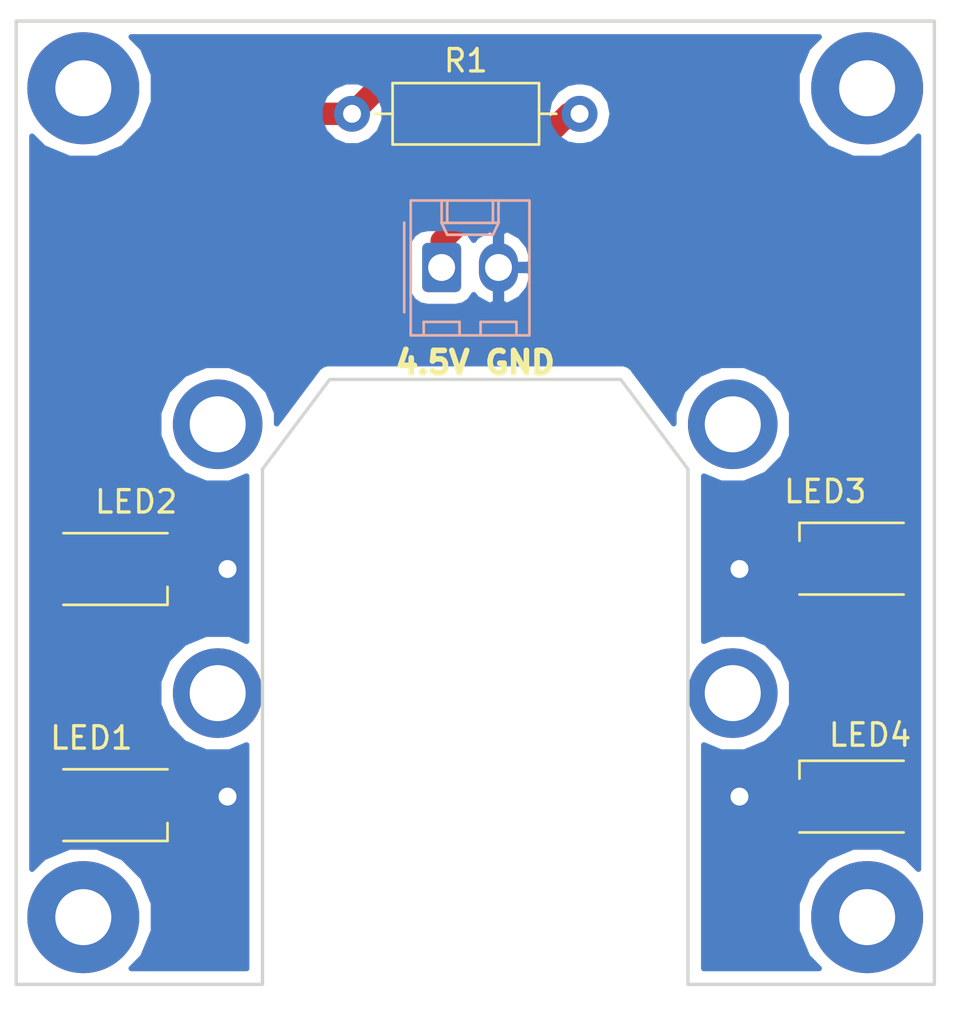
<source format=kicad_pcb>
(kicad_pcb (version 20171130) (host pcbnew 5.0.2-bee76a0~70~ubuntu18.04.1)

  (general
    (thickness 1.6)
    (drawings 11)
    (tracks 22)
    (zones 0)
    (modules 14)
    (nets 4)
  )

  (page A4)
  (layers
    (0 F.Cu signal)
    (31 B.Cu signal)
    (32 B.Adhes user hide)
    (33 F.Adhes user hide)
    (34 B.Paste user hide)
    (35 F.Paste user hide)
    (36 B.SilkS user hide)
    (37 F.SilkS user hide)
    (38 B.Mask user hide)
    (39 F.Mask user hide)
    (40 Dwgs.User user hide)
    (41 Cmts.User user hide)
    (42 Eco1.User user hide)
    (43 Eco2.User user hide)
    (44 Edge.Cuts user)
    (45 Margin user hide)
    (46 B.CrtYd user hide)
    (47 F.CrtYd user hide)
    (48 B.Fab user hide)
    (49 F.Fab user hide)
  )

  (setup
    (last_trace_width 0.5)
    (trace_clearance 0.25)
    (zone_clearance 0.508)
    (zone_45_only no)
    (trace_min 0.2)
    (segment_width 0.2)
    (edge_width 0.15)
    (via_size 1.2)
    (via_drill 0.8)
    (via_min_size 0.4)
    (via_min_drill 0.3)
    (uvia_size 0.3)
    (uvia_drill 0.1)
    (uvias_allowed no)
    (uvia_min_size 0.2)
    (uvia_min_drill 0.1)
    (pcb_text_width 0.3)
    (pcb_text_size 1.5 1.5)
    (mod_edge_width 0.15)
    (mod_text_size 1 1)
    (mod_text_width 0.15)
    (pad_size 4 4)
    (pad_drill 2.5)
    (pad_to_mask_clearance 0.051)
    (solder_mask_min_width 0.25)
    (aux_axis_origin 0 0)
    (visible_elements FFFFFF7F)
    (pcbplotparams
      (layerselection 0x010fc_ffffffff)
      (usegerberextensions false)
      (usegerberattributes false)
      (usegerberadvancedattributes false)
      (creategerberjobfile false)
      (excludeedgelayer true)
      (linewidth 0.100000)
      (plotframeref false)
      (viasonmask false)
      (mode 1)
      (useauxorigin false)
      (hpglpennumber 1)
      (hpglpenspeed 20)
      (hpglpendiameter 15.000000)
      (psnegative false)
      (psa4output false)
      (plotreference true)
      (plotvalue true)
      (plotinvisibletext false)
      (padsonsilk false)
      (subtractmaskfromsilk false)
      (outputformat 1)
      (mirror false)
      (drillshape 1)
      (scaleselection 1)
      (outputdirectory ""))
  )

  (net 0 "")
  (net 1 "Net-(CURRENT_LIMITER_R1-Pad2)")
  (net 2 "Net-(Conn_01x02_Male1-Pad2)")
  (net 3 "Net-(CURRENT_LIMITER_R1-Pad1)")

  (net_class Default "This is the default net class."
    (clearance 0.25)
    (trace_width 0.5)
    (via_dia 1.2)
    (via_drill 0.8)
    (uvia_dia 0.3)
    (uvia_drill 0.1)
    (add_net "Net-(CURRENT_LIMITER_R1-Pad1)")
    (add_net "Net-(CURRENT_LIMITER_R1-Pad2)")
    (add_net "Net-(Conn_01x02_Male1-Pad2)")
  )

  (module Resistor_THT:R_Axial_DIN0207_L6.3mm_D2.5mm_P10.16mm_Horizontal (layer F.Cu) (tedit 5C9A2A68) (tstamp 5C9A1AA4)
    (at 97 104.14)
    (descr "Resistor, Axial_DIN0207 series, Axial, Horizontal, pin pitch=10.16mm, 0.25W = 1/4W, length*diameter=6.3*2.5mm^2, http://cdn-reichelt.de/documents/datenblatt/B400/1_4W%23YAG.pdf")
    (tags "Resistor Axial_DIN0207 series Axial Horizontal pin pitch 10.16mm 0.25W = 1/4W length 6.3mm diameter 2.5mm")
    (path /5C97F861)
    (fp_text reference R1 (at 5.08 -2.37) (layer F.SilkS)
      (effects (font (size 1 1) (thickness 0.15)))
    )
    (fp_text value 16 (at 5.08 2.37) (layer F.Fab)
      (effects (font (size 1 1) (thickness 0.15)))
    )
    (fp_line (start 1.93 -1.25) (end 1.93 1.25) (layer F.Fab) (width 0.1))
    (fp_line (start 1.93 1.25) (end 8.23 1.25) (layer F.Fab) (width 0.1))
    (fp_line (start 8.23 1.25) (end 8.23 -1.25) (layer F.Fab) (width 0.1))
    (fp_line (start 8.23 -1.25) (end 1.93 -1.25) (layer F.Fab) (width 0.1))
    (fp_line (start 0 0) (end 1.93 0) (layer F.Fab) (width 0.1))
    (fp_line (start 10.16 0) (end 8.23 0) (layer F.Fab) (width 0.1))
    (fp_line (start 1.81 -1.37) (end 1.81 1.37) (layer F.SilkS) (width 0.12))
    (fp_line (start 1.81 1.37) (end 8.35 1.37) (layer F.SilkS) (width 0.12))
    (fp_line (start 8.35 1.37) (end 8.35 -1.37) (layer F.SilkS) (width 0.12))
    (fp_line (start 8.35 -1.37) (end 1.81 -1.37) (layer F.SilkS) (width 0.12))
    (fp_line (start 1.04 0) (end 1.81 0) (layer F.SilkS) (width 0.12))
    (fp_line (start 9.12 0) (end 8.35 0) (layer F.SilkS) (width 0.12))
    (fp_line (start -1.05 -1.5) (end -1.05 1.5) (layer F.CrtYd) (width 0.05))
    (fp_line (start -1.05 1.5) (end 11.21 1.5) (layer F.CrtYd) (width 0.05))
    (fp_line (start 11.21 1.5) (end 11.21 -1.5) (layer F.CrtYd) (width 0.05))
    (fp_line (start 11.21 -1.5) (end -1.05 -1.5) (layer F.CrtYd) (width 0.05))
    (fp_text user %R (at 5.08 0) (layer F.Fab)
      (effects (font (size 1 1) (thickness 0.15)))
    )
    (pad 1 thru_hole circle (at 0 0) (size 1.6 1.6) (drill 0.8) (layers *.Cu *.Mask)
      (net 3 "Net-(CURRENT_LIMITER_R1-Pad1)"))
    (pad 2 thru_hole oval (at 10.16 0) (size 1.6 1.6) (drill 0.8) (layers *.Cu *.Mask)
      (net 1 "Net-(CURRENT_LIMITER_R1-Pad2)"))
    (model ${KISYS3DMOD}/Resistor_THT.3dshapes/R_Axial_DIN0207_L6.3mm_D2.5mm_P10.16mm_Horizontal.wrl
      (at (xyz 0 0 0))
      (scale (xyz 1 1 1))
      (rotate (xyz 0 0 0))
    )
  )

  (module LED_SMD:LED_PLCC-2 (layer F.Cu) (tedit 5C9A2B8E) (tstamp 5C9A1ACC)
    (at 119.38 124)
    (descr "LED PLCC-2 SMD package")
    (tags "LED PLCC-2 SMD")
    (path /5C97F03B)
    (attr smd)
    (fp_text reference LED3 (at -1.25 -3) (layer F.SilkS)
      (effects (font (size 1 1) (thickness 0.15)))
    )
    (fp_text value 3.2V (at 0 2.5) (layer F.Fab) hide
      (effects (font (size 1 1) (thickness 0.15)))
    )
    (fp_text user %R (at 0 0) (layer F.Fab)
      (effects (font (size 0.4 0.4) (thickness 0.1)))
    )
    (fp_line (start -2.4 -1.6) (end -2.4 -0.8) (layer F.SilkS) (width 0.12))
    (fp_line (start 2.25 -1.6) (end -2.4 -1.6) (layer F.SilkS) (width 0.12))
    (fp_line (start 2.25 1.6) (end -2.4 1.6) (layer F.SilkS) (width 0.12))
    (fp_line (start -2.65 1.85) (end -2.65 -1.85) (layer F.CrtYd) (width 0.05))
    (fp_line (start 2.5 1.85) (end -2.65 1.85) (layer F.CrtYd) (width 0.05))
    (fp_line (start 2.5 -1.85) (end 2.5 1.85) (layer F.CrtYd) (width 0.05))
    (fp_line (start -2.65 -1.85) (end 2.5 -1.85) (layer F.CrtYd) (width 0.05))
    (fp_line (start -1.7 1.5) (end 1.7 1.5) (layer F.Fab) (width 0.1))
    (fp_line (start -1.7 -1.5) (end -1.7 1.5) (layer F.Fab) (width 0.1))
    (fp_line (start 1.7 -1.5) (end -1.7 -1.5) (layer F.Fab) (width 0.1))
    (fp_line (start 1.7 1.5) (end 1.7 -1.5) (layer F.Fab) (width 0.1))
    (fp_line (start -1.7 -0.6) (end -0.8 -1.5) (layer F.Fab) (width 0.1))
    (fp_circle (center 0 0) (end 0 -1.25) (layer F.Fab) (width 0.1))
    (pad 2 smd rect (at 1.5 0) (size 1.5 2.6) (layers F.Cu F.Paste F.Mask)
      (net 3 "Net-(CURRENT_LIMITER_R1-Pad1)"))
    (pad 1 smd rect (at -1.5 0) (size 1.5 2.6) (layers F.Cu F.Paste F.Mask)
      (net 2 "Net-(Conn_01x02_Male1-Pad2)"))
    (model ${KISYS3DMOD}/LED_SMD.3dshapes/LED_PLCC-2.wrl
      (at (xyz 0 0 0))
      (scale (xyz 1 1 1))
      (rotate (xyz 0 0 0))
    )
  )

  (module LED_SMD:LED_PLCC-2 (layer F.Cu) (tedit 5C9A2B68) (tstamp 5C9A1AE0)
    (at 86.36 135 180)
    (descr "LED PLCC-2 SMD package")
    (tags "LED PLCC-2 SMD")
    (path /5C97F075)
    (attr smd)
    (fp_text reference LED1 (at 1 3 180) (layer F.SilkS)
      (effects (font (size 1 1) (thickness 0.15)))
    )
    (fp_text value 3.2V (at 0 2.5 180) (layer F.Fab) hide
      (effects (font (size 1 1) (thickness 0.15)))
    )
    (fp_circle (center 0 0) (end 0 -1.25) (layer F.Fab) (width 0.1))
    (fp_line (start -1.7 -0.6) (end -0.8 -1.5) (layer F.Fab) (width 0.1))
    (fp_line (start 1.7 1.5) (end 1.7 -1.5) (layer F.Fab) (width 0.1))
    (fp_line (start 1.7 -1.5) (end -1.7 -1.5) (layer F.Fab) (width 0.1))
    (fp_line (start -1.7 -1.5) (end -1.7 1.5) (layer F.Fab) (width 0.1))
    (fp_line (start -1.7 1.5) (end 1.7 1.5) (layer F.Fab) (width 0.1))
    (fp_line (start -2.65 -1.85) (end 2.5 -1.85) (layer F.CrtYd) (width 0.05))
    (fp_line (start 2.5 -1.85) (end 2.5 1.85) (layer F.CrtYd) (width 0.05))
    (fp_line (start 2.5 1.85) (end -2.65 1.85) (layer F.CrtYd) (width 0.05))
    (fp_line (start -2.65 1.85) (end -2.65 -1.85) (layer F.CrtYd) (width 0.05))
    (fp_line (start 2.25 1.6) (end -2.4 1.6) (layer F.SilkS) (width 0.12))
    (fp_line (start 2.25 -1.6) (end -2.4 -1.6) (layer F.SilkS) (width 0.12))
    (fp_line (start -2.4 -1.6) (end -2.4 -0.8) (layer F.SilkS) (width 0.12))
    (fp_text user %R (at 0 0 180) (layer F.Fab)
      (effects (font (size 0.4 0.4) (thickness 0.1)))
    )
    (pad 1 smd rect (at -1.5 0 180) (size 1.5 2.6) (layers F.Cu F.Paste F.Mask)
      (net 2 "Net-(Conn_01x02_Male1-Pad2)"))
    (pad 2 smd rect (at 1.5 0 180) (size 1.5 2.6) (layers F.Cu F.Paste F.Mask)
      (net 3 "Net-(CURRENT_LIMITER_R1-Pad1)"))
    (model ${KISYS3DMOD}/LED_SMD.3dshapes/LED_PLCC-2.wrl
      (at (xyz 0 0 0))
      (scale (xyz 1 1 1))
      (rotate (xyz 0 0 0))
    )
  )

  (module Connector_Molex:Molex_KK-254_AE-6410-02A_1x02_P2.54mm_Vertical (layer B.Cu) (tedit 5C9A2A92) (tstamp 5C9A1A8D)
    (at 101 111)
    (descr "Molex KK-254 Interconnect System, old/engineering part number: AE-6410-02A example for new part number: 22-27-2021, 2 Pins (http://www.molex.com/pdm_docs/sd/022272021_sd.pdf), generated with kicad-footprint-generator")
    (tags "connector Molex KK-254 side entry")
    (path /5C98C2BF)
    (fp_text reference "" (at 1.27 4.12) (layer B.SilkS) hide
      (effects (font (size 1 1) (thickness 0.15)) (justify mirror))
    )
    (fp_text value "2mm pitch" (at 1.27 -4.08) (layer B.Fab) hide
      (effects (font (size 1 1) (thickness 0.15)) (justify mirror))
    )
    (fp_line (start -1.27 2.92) (end -1.27 -2.88) (layer B.Fab) (width 0.1))
    (fp_line (start -1.27 -2.88) (end 3.81 -2.88) (layer B.Fab) (width 0.1))
    (fp_line (start 3.81 -2.88) (end 3.81 2.92) (layer B.Fab) (width 0.1))
    (fp_line (start 3.81 2.92) (end -1.27 2.92) (layer B.Fab) (width 0.1))
    (fp_line (start -1.38 3.03) (end -1.38 -2.99) (layer B.SilkS) (width 0.12))
    (fp_line (start -1.38 -2.99) (end 3.92 -2.99) (layer B.SilkS) (width 0.12))
    (fp_line (start 3.92 -2.99) (end 3.92 3.03) (layer B.SilkS) (width 0.12))
    (fp_line (start 3.92 3.03) (end -1.38 3.03) (layer B.SilkS) (width 0.12))
    (fp_line (start -1.67 2) (end -1.67 -2) (layer B.SilkS) (width 0.12))
    (fp_line (start -1.27 0.5) (end -0.562893 0) (layer B.Fab) (width 0.1))
    (fp_line (start -0.562893 0) (end -1.27 -0.5) (layer B.Fab) (width 0.1))
    (fp_line (start 0 -2.99) (end 0 -1.99) (layer B.SilkS) (width 0.12))
    (fp_line (start 0 -1.99) (end 2.54 -1.99) (layer B.SilkS) (width 0.12))
    (fp_line (start 2.54 -1.99) (end 2.54 -2.99) (layer B.SilkS) (width 0.12))
    (fp_line (start 0 -1.99) (end 0.25 -1.46) (layer B.SilkS) (width 0.12))
    (fp_line (start 0.25 -1.46) (end 2.29 -1.46) (layer B.SilkS) (width 0.12))
    (fp_line (start 2.29 -1.46) (end 2.54 -1.99) (layer B.SilkS) (width 0.12))
    (fp_line (start 0.25 -2.99) (end 0.25 -1.99) (layer B.SilkS) (width 0.12))
    (fp_line (start 2.29 -2.99) (end 2.29 -1.99) (layer B.SilkS) (width 0.12))
    (fp_line (start -0.8 3.03) (end -0.8 2.43) (layer B.SilkS) (width 0.12))
    (fp_line (start -0.8 2.43) (end 0.8 2.43) (layer B.SilkS) (width 0.12))
    (fp_line (start 0.8 2.43) (end 0.8 3.03) (layer B.SilkS) (width 0.12))
    (fp_line (start 1.74 3.03) (end 1.74 2.43) (layer B.SilkS) (width 0.12))
    (fp_line (start 1.74 2.43) (end 3.34 2.43) (layer B.SilkS) (width 0.12))
    (fp_line (start 3.34 2.43) (end 3.34 3.03) (layer B.SilkS) (width 0.12))
    (fp_line (start -1.77 3.42) (end -1.77 -3.38) (layer B.CrtYd) (width 0.05))
    (fp_line (start -1.77 -3.38) (end 4.31 -3.38) (layer B.CrtYd) (width 0.05))
    (fp_line (start 4.31 -3.38) (end 4.31 3.42) (layer B.CrtYd) (width 0.05))
    (fp_line (start 4.31 3.42) (end -1.77 3.42) (layer B.CrtYd) (width 0.05))
    (fp_text user %R (at 1.27 2.22) (layer B.Fab)
      (effects (font (size 1 1) (thickness 0.15)) (justify mirror))
    )
    (pad 1 thru_hole roundrect (at 0 0) (size 1.74 2.2) (drill 1.2) (layers *.Cu *.Mask) (roundrect_rratio 0.143678)
      (net 1 "Net-(CURRENT_LIMITER_R1-Pad2)"))
    (pad 2 thru_hole oval (at 2.54 0) (size 1.74 2.2) (drill 1.2) (layers *.Cu *.Mask)
      (net 2 "Net-(Conn_01x02_Male1-Pad2)"))
    (model ${KISYS3DMOD}/Connector_Molex.3dshapes/Molex_KK-254_AE-6410-02A_1x02_P2.54mm_Vertical.wrl
      (at (xyz 0 0 0))
      (scale (xyz 1 1 1))
      (rotate (xyz 0 0 0))
    )
  )

  (module LED_SMD:LED_PLCC-2 (layer F.Cu) (tedit 5C9A2B5A) (tstamp 5C9BC245)
    (at 86.36 124.46 180)
    (descr "LED PLCC-2 SMD package")
    (tags "LED PLCC-2 SMD")
    (path /5C964CBB)
    (attr smd)
    (fp_text reference LED2 (at -1 3 180) (layer F.SilkS)
      (effects (font (size 1 1) (thickness 0.15)))
    )
    (fp_text value 3.2V (at 0 2.5 180) (layer F.Fab) hide
      (effects (font (size 1 1) (thickness 0.15)))
    )
    (fp_circle (center 0 0) (end 0 -1.25) (layer F.Fab) (width 0.1))
    (fp_line (start -1.7 -0.6) (end -0.8 -1.5) (layer F.Fab) (width 0.1))
    (fp_line (start 1.7 1.5) (end 1.7 -1.5) (layer F.Fab) (width 0.1))
    (fp_line (start 1.7 -1.5) (end -1.7 -1.5) (layer F.Fab) (width 0.1))
    (fp_line (start -1.7 -1.5) (end -1.7 1.5) (layer F.Fab) (width 0.1))
    (fp_line (start -1.7 1.5) (end 1.7 1.5) (layer F.Fab) (width 0.1))
    (fp_line (start -2.65 -1.85) (end 2.5 -1.85) (layer F.CrtYd) (width 0.05))
    (fp_line (start 2.5 -1.85) (end 2.5 1.85) (layer F.CrtYd) (width 0.05))
    (fp_line (start 2.5 1.85) (end -2.65 1.85) (layer F.CrtYd) (width 0.05))
    (fp_line (start -2.65 1.85) (end -2.65 -1.85) (layer F.CrtYd) (width 0.05))
    (fp_line (start 2.25 1.6) (end -2.4 1.6) (layer F.SilkS) (width 0.12))
    (fp_line (start 2.25 -1.6) (end -2.4 -1.6) (layer F.SilkS) (width 0.12))
    (fp_line (start -2.4 -1.6) (end -2.4 -0.8) (layer F.SilkS) (width 0.12))
    (fp_text user %R (at 0 0 180) (layer F.Fab)
      (effects (font (size 0.4 0.4) (thickness 0.1)))
    )
    (pad 1 smd rect (at -1.5 0 180) (size 1.5 2.6) (layers F.Cu F.Paste F.Mask)
      (net 2 "Net-(Conn_01x02_Male1-Pad2)"))
    (pad 2 smd rect (at 1.5 0 180) (size 1.5 2.6) (layers F.Cu F.Paste F.Mask)
      (net 3 "Net-(CURRENT_LIMITER_R1-Pad1)"))
    (model ${KISYS3DMOD}/LED_SMD.3dshapes/LED_PLCC-2.wrl
      (at (xyz 0 0 0))
      (scale (xyz 1 1 1))
      (rotate (xyz 0 0 0))
    )
  )

  (module LED_SMD:LED_PLCC-2 (layer F.Cu) (tedit 5C9A2B7D) (tstamp 5C9A1AF4)
    (at 119.38 134.62)
    (descr "LED PLCC-2 SMD package")
    (tags "LED PLCC-2 SMD")
    (path /5C97F0B5)
    (attr smd)
    (fp_text reference LED4 (at 0.75 -2.75) (layer F.SilkS)
      (effects (font (size 1 1) (thickness 0.15)))
    )
    (fp_text value 3.2V (at 0 2.5) (layer F.Fab) hide
      (effects (font (size 1 1) (thickness 0.15)))
    )
    (fp_text user %R (at 0 0) (layer F.Fab)
      (effects (font (size 0.4 0.4) (thickness 0.1)))
    )
    (fp_line (start -2.4 -1.6) (end -2.4 -0.8) (layer F.SilkS) (width 0.12))
    (fp_line (start 2.25 -1.6) (end -2.4 -1.6) (layer F.SilkS) (width 0.12))
    (fp_line (start 2.25 1.6) (end -2.4 1.6) (layer F.SilkS) (width 0.12))
    (fp_line (start -2.65 1.85) (end -2.65 -1.85) (layer F.CrtYd) (width 0.05))
    (fp_line (start 2.5 1.85) (end -2.65 1.85) (layer F.CrtYd) (width 0.05))
    (fp_line (start 2.5 -1.85) (end 2.5 1.85) (layer F.CrtYd) (width 0.05))
    (fp_line (start -2.65 -1.85) (end 2.5 -1.85) (layer F.CrtYd) (width 0.05))
    (fp_line (start -1.7 1.5) (end 1.7 1.5) (layer F.Fab) (width 0.1))
    (fp_line (start -1.7 -1.5) (end -1.7 1.5) (layer F.Fab) (width 0.1))
    (fp_line (start 1.7 -1.5) (end -1.7 -1.5) (layer F.Fab) (width 0.1))
    (fp_line (start 1.7 1.5) (end 1.7 -1.5) (layer F.Fab) (width 0.1))
    (fp_line (start -1.7 -0.6) (end -0.8 -1.5) (layer F.Fab) (width 0.1))
    (fp_circle (center 0 0) (end 0 -1.25) (layer F.Fab) (width 0.1))
    (pad 2 smd rect (at 1.5 0) (size 1.5 2.6) (layers F.Cu F.Paste F.Mask)
      (net 3 "Net-(CURRENT_LIMITER_R1-Pad1)"))
    (pad 1 smd rect (at -1.5 0) (size 1.5 2.6) (layers F.Cu F.Paste F.Mask)
      (net 2 "Net-(Conn_01x02_Male1-Pad2)"))
    (model ${KISYS3DMOD}/LED_SMD.3dshapes/LED_PLCC-2.wrl
      (at (xyz 0 0 0))
      (scale (xyz 1 1 1))
      (rotate (xyz 0 0 0))
    )
  )

  (module MountingHole:MountingHole_2.5mm_Pad (layer F.Cu) (tedit 5C9A2A33) (tstamp 5C9BC278)
    (at 91 130)
    (descr "Mounting Hole 2.5mm")
    (tags "mounting hole 2.5mm")
    (path /5C9A1DFA)
    (attr virtual)
    (fp_text reference H1 (at 0 -3.5) (layer F.SilkS) hide
      (effects (font (size 1 1) (thickness 0.15)))
    )
    (fp_text value MountingHole (at 0 3.5) (layer F.Fab) hide
      (effects (font (size 1 1) (thickness 0.15)))
    )
    (fp_circle (center 0 0) (end 2.75 0) (layer F.CrtYd) (width 0.05))
    (fp_circle (center 0 0) (end 2.5 0) (layer Cmts.User) (width 0.15))
    (fp_text user %R (at 0.3 0) (layer F.Fab)
      (effects (font (size 1 1) (thickness 0.15)))
    )
    (pad 1 thru_hole circle (at 0 0) (size 4 4) (drill 2.5) (layers *.Cu *.Mask))
  )

  (module MountingHole:MountingHole_2.5mm_Pad (layer F.Cu) (tedit 5C9A2A29) (tstamp 5C9A1F03)
    (at 91 118)
    (descr "Mounting Hole 2.5mm")
    (tags "mounting hole 2.5mm")
    (path /5C9A1DC2)
    (attr virtual)
    (fp_text reference H2 (at 0 -3.5) (layer F.SilkS) hide
      (effects (font (size 1 1) (thickness 0.15)))
    )
    (fp_text value MountingHole (at 0 3.5) (layer F.Fab) hide
      (effects (font (size 1 1) (thickness 0.15)))
    )
    (fp_text user %R (at 0.3 0) (layer F.Fab)
      (effects (font (size 1 1) (thickness 0.15)))
    )
    (fp_circle (center 0 0) (end 2.5 0) (layer Cmts.User) (width 0.15))
    (fp_circle (center 0 0) (end 2.75 0) (layer F.CrtYd) (width 0.05))
    (pad 1 thru_hole circle (at 0 0) (size 4 4) (drill 2.5) (layers *.Cu *.Mask))
  )

  (module MountingHole:MountingHole_2.5mm_Pad (layer F.Cu) (tedit 5C9A29FF) (tstamp 5C9A1F0B)
    (at 114 118)
    (descr "Mounting Hole 2.5mm")
    (tags "mounting hole 2.5mm")
    (path /5C9A1CD7)
    (attr virtual)
    (fp_text reference H3 (at 0 -3.5) (layer F.SilkS) hide
      (effects (font (size 1 1) (thickness 0.15)))
    )
    (fp_text value MountingHole (at 0 3.5) (layer F.Fab) hide
      (effects (font (size 1 1) (thickness 0.15)))
    )
    (fp_text user %R (at 0.3 0) (layer F.Fab)
      (effects (font (size 1 1) (thickness 0.15)))
    )
    (fp_circle (center 0 0) (end 2.5 0) (layer Cmts.User) (width 0.15))
    (fp_circle (center 0 0) (end 2.75 0) (layer F.CrtYd) (width 0.05))
    (pad 1 thru_hole circle (at 0 0) (size 4 4) (drill 2.5) (layers *.Cu *.Mask))
  )

  (module MountingHole:MountingHole_2.5mm_Pad (layer F.Cu) (tedit 5C9A2A19) (tstamp 5C9A1F13)
    (at 114 130)
    (descr "Mounting Hole 2.5mm")
    (tags "mounting hole 2.5mm")
    (path /5C9A1D07)
    (attr virtual)
    (fp_text reference H4 (at 0 -3.5) (layer F.SilkS) hide
      (effects (font (size 1 1) (thickness 0.15)))
    )
    (fp_text value MountingHole (at 0 3.5) (layer F.Fab) hide
      (effects (font (size 1 1) (thickness 0.15)))
    )
    (fp_circle (center 0 0) (end 2.75 0) (layer F.CrtYd) (width 0.05))
    (fp_circle (center 0 0) (end 2.5 0) (layer Cmts.User) (width 0.15))
    (fp_text user %R (at 0.3 0) (layer F.Fab)
      (effects (font (size 1 1) (thickness 0.15)))
    )
    (pad 1 thru_hole circle (at 0 0) (size 4 4) (drill 2.5) (layers *.Cu *.Mask))
  )

  (module MountingHole:MountingHole_2.5mm_Pad (layer F.Cu) (tedit 5C9A2A0F) (tstamp 5C9A1F1B)
    (at 120 140)
    (descr "Mounting Hole 2.5mm")
    (tags "mounting hole 2.5mm")
    (path /5C9A1CA5)
    (attr virtual)
    (fp_text reference H5 (at 0 -3.5) (layer F.SilkS) hide
      (effects (font (size 1 1) (thickness 0.15)))
    )
    (fp_text value MountingHole (at 0 3.5) (layer F.Fab) hide
      (effects (font (size 1 1) (thickness 0.15)))
    )
    (fp_circle (center 0 0) (end 2.75 0) (layer F.CrtYd) (width 0.05))
    (fp_circle (center 0 0) (end 2.5 0) (layer Cmts.User) (width 0.15))
    (fp_text user %R (at 0.3 0) (layer F.Fab)
      (effects (font (size 1 1) (thickness 0.15)))
    )
    (pad 1 thru_hole circle (at 0 0) (size 5 5) (drill 2.5) (layers *.Cu *.Mask))
  )

  (module MountingHole:MountingHole_2.5mm_Pad (layer F.Cu) (tedit 5C9A29F6) (tstamp 5C9A1F23)
    (at 120 103)
    (descr "Mounting Hole 2.5mm")
    (tags "mounting hole 2.5mm")
    (path /5C9A1C3F)
    (attr virtual)
    (fp_text reference H6 (at 0 -3.5) (layer F.SilkS) hide
      (effects (font (size 1 1) (thickness 0.15)))
    )
    (fp_text value MountingHole (at 0 3.5) (layer F.Fab) hide
      (effects (font (size 1 1) (thickness 0.15)))
    )
    (fp_circle (center 0 0) (end 2.75 0) (layer F.CrtYd) (width 0.05))
    (fp_circle (center 0 0) (end 2.5 0) (layer Cmts.User) (width 0.15))
    (fp_text user %R (at 0.3 0) (layer F.Fab)
      (effects (font (size 1 1) (thickness 0.15)))
    )
    (pad 1 thru_hole circle (at 0 0) (size 5 5) (drill 2.5) (layers *.Cu *.Mask))
  )

  (module MountingHole:MountingHole_2.5mm_Pad (layer F.Cu) (tedit 5C9A2A4D) (tstamp 5C9A1F2B)
    (at 85 103)
    (descr "Mounting Hole 2.5mm")
    (tags "mounting hole 2.5mm")
    (path /5C9A16B0)
    (attr virtual)
    (fp_text reference H7 (at 0 -3.5) (layer F.SilkS) hide
      (effects (font (size 1 1) (thickness 0.15)))
    )
    (fp_text value MountingHole (at 0 3.5) (layer F.Fab) hide
      (effects (font (size 1 1) (thickness 0.15)))
    )
    (fp_text user %R (at 0.3 0) (layer F.Fab)
      (effects (font (size 1 1) (thickness 0.15)))
    )
    (fp_circle (center 0 0) (end 2.5 0) (layer Cmts.User) (width 0.15))
    (fp_circle (center 0 0) (end 2.75 0) (layer F.CrtYd) (width 0.05))
    (pad 1 thru_hole circle (at 0 0) (size 5 5) (drill 2.5) (layers *.Cu *.Mask))
  )

  (module MountingHole:MountingHole_2.5mm_Pad (layer F.Cu) (tedit 5C9A2A3D) (tstamp 5C9A1F33)
    (at 85 140)
    (descr "Mounting Hole 2.5mm")
    (tags "mounting hole 2.5mm")
    (path /5C9A1C69)
    (attr virtual)
    (fp_text reference H8 (at 0 -3.5) (layer F.SilkS) hide
      (effects (font (size 1 1) (thickness 0.15)))
    )
    (fp_text value MountingHole (at 0 3.5) (layer F.Fab) hide
      (effects (font (size 1 1) (thickness 0.15)))
    )
    (fp_text user %R (at 0.3 0) (layer F.Fab)
      (effects (font (size 1 1) (thickness 0.15)))
    )
    (fp_circle (center 0 0) (end 2.5 0) (layer Cmts.User) (width 0.15))
    (fp_circle (center 0 0) (end 2.75 0) (layer F.CrtYd) (width 0.05))
    (pad 1 thru_hole circle (at 0 0) (size 5 5) (drill 2.5) (layers *.Cu *.Mask))
  )

  (gr_text "4.5V GND" (at 102.5 115.25) (layer F.SilkS)
    (effects (font (size 1 1) (thickness 0.25)))
  )
  (gr_line (start 109 116) (end 112 120) (layer Edge.Cuts) (width 0.15))
  (gr_line (start 96 116) (end 109 116) (layer Edge.Cuts) (width 0.15))
  (gr_line (start 93 120) (end 96 116) (layer Edge.Cuts) (width 0.15))
  (gr_line (start 112 143) (end 123 143) (layer Edge.Cuts) (width 0.15))
  (gr_line (start 112 120) (end 112 143) (layer Edge.Cuts) (width 0.15))
  (gr_line (start 93 143) (end 93 120) (layer Edge.Cuts) (width 0.15))
  (gr_line (start 82 143) (end 93 143) (layer Edge.Cuts) (width 0.15))
  (gr_line (start 82 100) (end 82 143) (layer Edge.Cuts) (width 0.15) (tstamp 5C9BC26C))
  (gr_line (start 123 100) (end 82 100) (layer Edge.Cuts) (width 0.15))
  (gr_line (start 123 143) (end 123 100) (layer Edge.Cuts) (width 0.15))

  (segment (start 106.68 104.14) (end 107.16 104.14) (width 0.5) (layer F.Cu) (net 1))
  (segment (start 101 111) (end 101 109.82) (width 0.5) (layer F.Cu) (net 1))
  (segment (start 101 109.82) (end 106.68 104.14) (width 1) (layer F.Cu) (net 1))
  (segment (start 87.86 135) (end 91.06 135) (width 1) (layer F.Cu) (net 2))
  (via (at 91.44 134.62) (size 1.6) (drill 0.8) (layers F.Cu B.Cu) (net 2))
  (segment (start 91.06 135) (end 91.44 134.62) (width 1) (layer F.Cu) (net 2))
  (via (at 91.44 124.46) (size 1.6) (drill 0.8) (layers F.Cu B.Cu) (net 2))
  (segment (start 87.86 124.46) (end 91.44 124.46) (width 1) (layer F.Cu) (net 2))
  (segment (start 117.88 134.62) (end 114.3 134.62) (width 1) (layer F.Cu) (net 2))
  (via (at 114.3 134.62) (size 1.6) (drill 0.8) (layers F.Cu B.Cu) (net 2))
  (via (at 114.3 124.46) (size 1.6) (drill 0.8) (layers F.Cu B.Cu) (net 2))
  (segment (start 114.76 124) (end 114.3 124.46) (width 1) (layer F.Cu) (net 2))
  (segment (start 114.76 124) (end 117.88 124) (width 1) (layer F.Cu) (net 2))
  (segment (start 84.86 135) (end 84.86 124.46) (width 1) (layer F.Cu) (net 3))
  (segment (start 120.88 124) (end 120.88 134.62) (width 1) (layer F.Cu) (net 3))
  (segment (start 84.86 124.46) (end 84.86 113.26) (width 1) (layer F.Cu) (net 3))
  (segment (start 93.98 104.14) (end 97 104.14) (width 1) (layer F.Cu) (net 3))
  (segment (start 84.86 113.26) (end 93.98 104.14) (width 1) (layer F.Cu) (net 3))
  (segment (start 120.88 113.26) (end 120.88 124) (width 1) (layer F.Cu) (net 3))
  (segment (start 109.7 102.08) (end 120.88 113.26) (width 1) (layer F.Cu) (net 3))
  (segment (start 97 104.14) (end 99.06 102.08) (width 1) (layer F.Cu) (net 3))
  (segment (start 99.06 102.08) (end 109.7 102.08) (width 1) (layer F.Cu) (net 3))

  (zone (net 2) (net_name "Net-(Conn_01x02_Male1-Pad2)") (layer B.Cu) (tstamp 0) (hatch edge 0.508)
    (connect_pads (clearance 0.508))
    (min_thickness 0.254)
    (fill yes (arc_segments 16) (thermal_gap 0.508) (thermal_bridge_width 0.508))
    (polygon
      (pts
        (xy 81.28 99.06) (xy 124.46 99.06) (xy 124.46 144.78) (xy 111.76 144.78) (xy 111.76 119.38)
        (xy 109.22 116.84) (xy 96.52 116.84) (xy 93.98 119.38) (xy 93.98 144.78) (xy 81.28 144.78)
      )
    )
    (filled_polygon
      (pts
        (xy 117.342276 101.224165) (xy 116.865 102.37641) (xy 116.865 103.62359) (xy 117.342276 104.775835) (xy 118.224165 105.657724)
        (xy 119.37641 106.135) (xy 120.62359 106.135) (xy 121.775835 105.657724) (xy 122.290001 105.143558) (xy 122.29 137.856441)
        (xy 121.775835 137.342276) (xy 120.62359 136.865) (xy 119.37641 136.865) (xy 118.224165 137.342276) (xy 117.342276 138.224165)
        (xy 116.865 139.37641) (xy 116.865 140.62359) (xy 117.342276 141.775835) (xy 117.856441 142.29) (xy 112.71 142.29)
        (xy 112.71 132.317768) (xy 113.475866 132.635) (xy 114.524134 132.635) (xy 115.492608 132.233845) (xy 116.233845 131.492608)
        (xy 116.635 130.524134) (xy 116.635 129.475866) (xy 116.233845 128.507392) (xy 115.492608 127.766155) (xy 114.524134 127.365)
        (xy 113.475866 127.365) (xy 112.71 127.682232) (xy 112.71 120.317768) (xy 113.475866 120.635) (xy 114.524134 120.635)
        (xy 115.492608 120.233845) (xy 116.233845 119.492608) (xy 116.635 118.524134) (xy 116.635 117.475866) (xy 116.233845 116.507392)
        (xy 115.492608 115.766155) (xy 114.524134 115.365) (xy 113.475866 115.365) (xy 112.507392 115.766155) (xy 111.766155 116.507392)
        (xy 111.365 117.475866) (xy 111.365 117.970001) (xy 109.579603 115.589472) (xy 109.511881 115.488119) (xy 109.436406 115.437688)
        (xy 109.368827 115.377095) (xy 109.320036 115.359932) (xy 109.277028 115.331195) (xy 109.187999 115.313486) (xy 109.102376 115.283367)
        (xy 108.980686 115.29) (xy 96.019314 115.29) (xy 95.897623 115.283367) (xy 95.811999 115.313487) (xy 95.722972 115.331195)
        (xy 95.679965 115.359931) (xy 95.631172 115.377095) (xy 95.56359 115.437691) (xy 95.488119 115.488119) (xy 95.420405 115.58946)
        (xy 93.635 117.970001) (xy 93.635 117.475866) (xy 93.233845 116.507392) (xy 92.492608 115.766155) (xy 91.524134 115.365)
        (xy 90.475866 115.365) (xy 89.507392 115.766155) (xy 88.766155 116.507392) (xy 88.365 117.475866) (xy 88.365 118.524134)
        (xy 88.766155 119.492608) (xy 89.507392 120.233845) (xy 90.475866 120.635) (xy 91.524134 120.635) (xy 92.290001 120.317768)
        (xy 92.290001 127.682232) (xy 91.524134 127.365) (xy 90.475866 127.365) (xy 89.507392 127.766155) (xy 88.766155 128.507392)
        (xy 88.365 129.475866) (xy 88.365 130.524134) (xy 88.766155 131.492608) (xy 89.507392 132.233845) (xy 90.475866 132.635)
        (xy 91.524134 132.635) (xy 92.29 132.317768) (xy 92.29 142.29) (xy 87.143559 142.29) (xy 87.657724 141.775835)
        (xy 88.135 140.62359) (xy 88.135 139.37641) (xy 87.657724 138.224165) (xy 86.775835 137.342276) (xy 85.62359 136.865)
        (xy 84.37641 136.865) (xy 83.224165 137.342276) (xy 82.71 137.856441) (xy 82.71 110.149999) (xy 99.48256 110.149999)
        (xy 99.48256 111.850001) (xy 99.550873 112.193436) (xy 99.745414 112.484586) (xy 100.036564 112.679127) (xy 100.379999 112.74744)
        (xy 101.620001 112.74744) (xy 101.963436 112.679127) (xy 102.254586 112.484586) (xy 102.431737 112.219462) (xy 102.569509 112.390533)
        (xy 103.0875 112.673584) (xy 103.179969 112.691302) (xy 103.413 112.570246) (xy 103.413 111.127) (xy 103.667 111.127)
        (xy 103.667 112.570246) (xy 103.900031 112.691302) (xy 103.9925 112.673584) (xy 104.510491 112.390533) (xy 104.880734 111.930802)
        (xy 105.046862 111.36438) (xy 104.890582 111.127) (xy 103.667 111.127) (xy 103.413 111.127) (xy 103.393 111.127)
        (xy 103.393 110.873) (xy 103.413 110.873) (xy 103.413 109.429754) (xy 103.667 109.429754) (xy 103.667 110.873)
        (xy 104.890582 110.873) (xy 105.046862 110.63562) (xy 104.880734 110.069198) (xy 104.510491 109.609467) (xy 103.9925 109.326416)
        (xy 103.900031 109.308698) (xy 103.667 109.429754) (xy 103.413 109.429754) (xy 103.179969 109.308698) (xy 103.0875 109.326416)
        (xy 102.569509 109.609467) (xy 102.431737 109.780538) (xy 102.254586 109.515414) (xy 101.963436 109.320873) (xy 101.620001 109.25256)
        (xy 100.379999 109.25256) (xy 100.036564 109.320873) (xy 99.745414 109.515414) (xy 99.550873 109.806564) (xy 99.48256 110.149999)
        (xy 82.71 110.149999) (xy 82.71 105.143559) (xy 83.224165 105.657724) (xy 84.37641 106.135) (xy 85.62359 106.135)
        (xy 86.775835 105.657724) (xy 87.657724 104.775835) (xy 88.039328 103.854561) (xy 95.565 103.854561) (xy 95.565 104.425439)
        (xy 95.783466 104.952862) (xy 96.187138 105.356534) (xy 96.714561 105.575) (xy 97.285439 105.575) (xy 97.812862 105.356534)
        (xy 98.216534 104.952862) (xy 98.435 104.425439) (xy 98.435 104.14) (xy 105.696887 104.14) (xy 105.80826 104.699909)
        (xy 106.125423 105.174577) (xy 106.600091 105.49174) (xy 107.018667 105.575) (xy 107.301333 105.575) (xy 107.719909 105.49174)
        (xy 108.194577 105.174577) (xy 108.51174 104.699909) (xy 108.623113 104.14) (xy 108.51174 103.580091) (xy 108.194577 103.105423)
        (xy 107.719909 102.78826) (xy 107.301333 102.705) (xy 107.018667 102.705) (xy 106.600091 102.78826) (xy 106.125423 103.105423)
        (xy 105.80826 103.580091) (xy 105.696887 104.14) (xy 98.435 104.14) (xy 98.435 103.854561) (xy 98.216534 103.327138)
        (xy 97.812862 102.923466) (xy 97.285439 102.705) (xy 96.714561 102.705) (xy 96.187138 102.923466) (xy 95.783466 103.327138)
        (xy 95.565 103.854561) (xy 88.039328 103.854561) (xy 88.135 103.62359) (xy 88.135 102.37641) (xy 87.657724 101.224165)
        (xy 87.143559 100.71) (xy 117.856441 100.71)
      )
    )
  )
)

</source>
